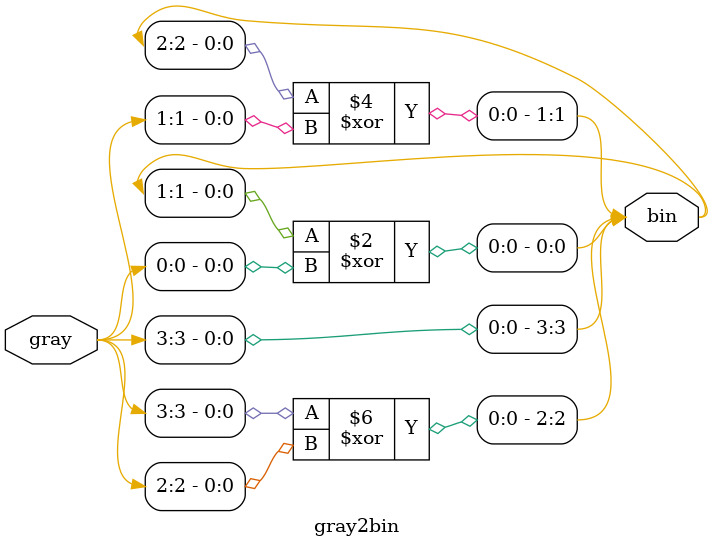
<source format=sv>

module bin2gray #(parameter WIDTH = 4) (
    input  [WIDTH-1:0] bin,
    output [WIDTH-1:0] gray
);
    assign gray = bin ^ (bin >> 1);
endmodule


module gray2bin #(parameter WIDTH = 4) (
    input  logic [WIDTH-1:0] gray,
    output logic [WIDTH-1:0] bin
);
    genvar i;
    generate
        for (i = 0; i < WIDTH; i = i + 1) begin : gen_gray2bin
            if (i == WIDTH - 1) begin
                // MSB of binary is same as MSB of Gray
                always_comb bin[i] = gray[i];
            end else begin
                // XOR each Gray bit with the next higher binary bit
                always_comb bin[i] = bin[i + 1] ^ gray[i];
            end
        end
    endgenerate

endmodule


</source>
